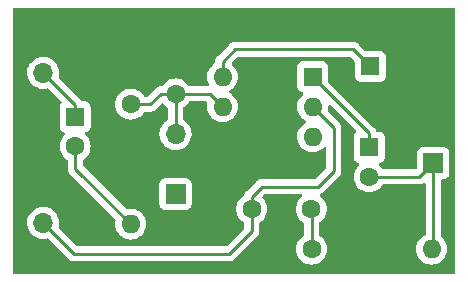
<source format=gbr>
%TF.GenerationSoftware,KiCad,Pcbnew,6.0.11-3.fc37*%
%TF.CreationDate,2023-05-27T21:17:40+01:00*%
%TF.ProjectId,tda2822 board,74646132-3832-4322-9062-6f6172642e6b,rev?*%
%TF.SameCoordinates,Original*%
%TF.FileFunction,Copper,L1,Top*%
%TF.FilePolarity,Positive*%
%FSLAX46Y46*%
G04 Gerber Fmt 4.6, Leading zero omitted, Abs format (unit mm)*
G04 Created by KiCad (PCBNEW 6.0.11-3.fc37) date 2023-05-27 21:17:40*
%MOMM*%
%LPD*%
G01*
G04 APERTURE LIST*
%TA.AperFunction,ComponentPad*%
%ADD10C,1.600000*%
%TD*%
%TA.AperFunction,ComponentPad*%
%ADD11R,1.700000X1.700000*%
%TD*%
%TA.AperFunction,ComponentPad*%
%ADD12O,1.700000X1.700000*%
%TD*%
%TA.AperFunction,ComponentPad*%
%ADD13R,1.600000X1.600000*%
%TD*%
%TA.AperFunction,ComponentPad*%
%ADD14O,1.600000X1.600000*%
%TD*%
%TA.AperFunction,Conductor*%
%ADD15C,0.250000*%
%TD*%
G04 APERTURE END LIST*
D10*
%TO.P,C6,1*%
%TO.N,GND*%
X183200000Y-96200000D03*
%TO.P,C6,2*%
%TO.N,Net-(C6-Pad2)*%
X185700000Y-96200000D03*
%TD*%
D11*
%TO.P,J2,1,Pin_1*%
%TO.N,GND*%
X163000000Y-82140000D03*
D12*
%TO.P,J2,2,Pin_2*%
%TO.N,Net-(C2-Pad1)*%
X163000000Y-84680000D03*
%TD*%
D11*
%TO.P,RV1,1,1*%
%TO.N,unconnected-(RV1-Pad1)*%
X174200000Y-94925000D03*
D12*
%TO.P,RV1,2,2*%
%TO.N,GND*%
X174200000Y-92385000D03*
%TO.P,RV1,3,3*%
%TO.N,Net-(C3-Pad2)*%
X174200000Y-89845000D03*
%TD*%
D11*
%TO.P,J1,1,Pin_1*%
%TO.N,GND*%
X163000000Y-94840000D03*
D12*
%TO.P,J1,2,Pin_2*%
%TO.N,+5V*%
X163000000Y-97380000D03*
%TD*%
D11*
%TO.P,J3,1,Pin_1*%
%TO.N,Net-(C5-Pad2)*%
X196020000Y-92305000D03*
D12*
%TO.P,J3,2,Pin_2*%
%TO.N,GND*%
X196020000Y-89765000D03*
%TD*%
D10*
%TO.P,C3,1*%
%TO.N,GND*%
X174200000Y-83950000D03*
%TO.P,C3,2*%
%TO.N,Net-(C3-Pad2)*%
X174200000Y-86450000D03*
%TD*%
D13*
%TO.P,C4,1*%
%TO.N,Net-(C4-Pad1)*%
X190689776Y-84139776D03*
D10*
%TO.P,C4,2*%
%TO.N,GND*%
X190689776Y-86639776D03*
%TD*%
%TO.P,R1,1*%
%TO.N,Net-(C3-Pad2)*%
X170400000Y-87320000D03*
D14*
%TO.P,R1,2*%
%TO.N,Net-(C2-Pad2)*%
X170400000Y-97480000D03*
%TD*%
D13*
%TO.P,C5,1*%
%TO.N,Net-(C5-Pad1)*%
X190600000Y-90974435D03*
D10*
%TO.P,C5,2*%
%TO.N,Net-(C5-Pad2)*%
X190600000Y-93474435D03*
%TD*%
%TO.P,R2,1*%
%TO.N,Net-(C6-Pad2)*%
X185720000Y-99600000D03*
D14*
%TO.P,R2,2*%
%TO.N,Net-(C5-Pad2)*%
X195880000Y-99600000D03*
%TD*%
D13*
%TO.P,C2,1*%
%TO.N,Net-(C2-Pad1)*%
X165700000Y-88400000D03*
D10*
%TO.P,C2,2*%
%TO.N,Net-(C2-Pad2)*%
X165700000Y-90900000D03*
%TD*%
D13*
%TO.P,U1,1*%
%TO.N,Net-(C5-Pad1)*%
X185800000Y-85000000D03*
D14*
%TO.P,U1,2,V+*%
%TO.N,+5V*%
X185800000Y-87540000D03*
%TO.P,U1,3*%
%TO.N,unconnected-(U1-Pad3)*%
X185800000Y-90080000D03*
%TO.P,U1,4,V-*%
%TO.N,GND*%
X185800000Y-92620000D03*
%TO.P,U1,5,-*%
X178180000Y-92620000D03*
%TO.P,U1,6,+*%
X178180000Y-90080000D03*
%TO.P,U1,7,+*%
%TO.N,Net-(C3-Pad2)*%
X178180000Y-87540000D03*
%TO.P,U1,8,-*%
%TO.N,Net-(C4-Pad1)*%
X178180000Y-85000000D03*
%TD*%
D10*
%TO.P,C7,1*%
%TO.N,+5V*%
X180650000Y-96200000D03*
%TO.P,C7,2*%
%TO.N,GND*%
X178150000Y-96200000D03*
%TD*%
D15*
%TO.N,Net-(C2-Pad2)*%
X165700000Y-90900000D02*
X165700000Y-92780000D01*
X165700000Y-92780000D02*
X170400000Y-97480000D01*
%TO.N,Net-(C2-Pad1)*%
X165700000Y-88400000D02*
X165700000Y-87380000D01*
X165700000Y-87380000D02*
X163000000Y-84680000D01*
%TO.N,Net-(C4-Pad1)*%
X190689776Y-84139776D02*
X189250000Y-82700000D01*
X189250000Y-82700000D02*
X179200000Y-82700000D01*
X179200000Y-82700000D02*
X178180000Y-83720000D01*
X178180000Y-83720000D02*
X178180000Y-85000000D01*
%TO.N,+5V*%
X163000000Y-97380000D02*
X165620000Y-100000000D01*
X165620000Y-100000000D02*
X178750000Y-100000000D01*
X178750000Y-100000000D02*
X180650000Y-98100000D01*
X180650000Y-98100000D02*
X180650000Y-96200000D01*
X185800000Y-87540000D02*
X187600000Y-89340000D01*
X187600000Y-89340000D02*
X187600000Y-93000000D01*
X187600000Y-93000000D02*
X186300000Y-94300000D01*
X186300000Y-94300000D02*
X181500000Y-94300000D01*
X181500000Y-94300000D02*
X180650000Y-95150000D01*
X180650000Y-95150000D02*
X180650000Y-96200000D01*
%TO.N,Net-(C3-Pad2)*%
X174200000Y-86450000D02*
X177090000Y-86450000D01*
X177090000Y-86450000D02*
X178180000Y-87540000D01*
%TO.N,Net-(C5-Pad1)*%
X190600000Y-90974435D02*
X190600000Y-89800000D01*
X190600000Y-89800000D02*
X185800000Y-85000000D01*
%TO.N,Net-(C3-Pad2)*%
X172080000Y-87320000D02*
X172950000Y-86450000D01*
X172950000Y-86450000D02*
X174200000Y-86450000D01*
X174200000Y-89845000D02*
X174200000Y-86450000D01*
X170400000Y-87320000D02*
X172080000Y-87320000D01*
%TO.N,Net-(C5-Pad2)*%
X196020000Y-92305000D02*
X196020000Y-99460000D01*
X190600000Y-93474435D02*
X194850565Y-93474435D01*
X196020000Y-99460000D02*
X195880000Y-99600000D01*
X194850565Y-93474435D02*
X196020000Y-92305000D01*
%TO.N,Net-(C6-Pad2)*%
X185720000Y-99600000D02*
X185720000Y-96220000D01*
X185720000Y-96220000D02*
X185700000Y-96200000D01*
%TD*%
%TA.AperFunction,Conductor*%
%TO.N,GND*%
G36*
X197833621Y-79228502D02*
G01*
X197880114Y-79282158D01*
X197891500Y-79334500D01*
X197891500Y-101565500D01*
X197871498Y-101633621D01*
X197817842Y-101680114D01*
X197765500Y-101691500D01*
X160534500Y-101691500D01*
X160466379Y-101671498D01*
X160419886Y-101617842D01*
X160408500Y-101565500D01*
X160408500Y-97346695D01*
X161637251Y-97346695D01*
X161637548Y-97351848D01*
X161637548Y-97351851D01*
X161643011Y-97446590D01*
X161650110Y-97569715D01*
X161651247Y-97574761D01*
X161651248Y-97574767D01*
X161671119Y-97662939D01*
X161699222Y-97787639D01*
X161783266Y-97994616D01*
X161785965Y-97999020D01*
X161892029Y-98172101D01*
X161899987Y-98185088D01*
X162046250Y-98353938D01*
X162218126Y-98496632D01*
X162411000Y-98609338D01*
X162619692Y-98689030D01*
X162624760Y-98690061D01*
X162624763Y-98690062D01*
X162732012Y-98711882D01*
X162838597Y-98733567D01*
X162843772Y-98733757D01*
X162843774Y-98733757D01*
X163056673Y-98741564D01*
X163056677Y-98741564D01*
X163061837Y-98741753D01*
X163066957Y-98741097D01*
X163066959Y-98741097D01*
X163278288Y-98714025D01*
X163278289Y-98714025D01*
X163283416Y-98713368D01*
X163288367Y-98711883D01*
X163288370Y-98711882D01*
X163329829Y-98699444D01*
X163400825Y-98699028D01*
X163455131Y-98731035D01*
X165116343Y-100392247D01*
X165123887Y-100400537D01*
X165128000Y-100407018D01*
X165133777Y-100412443D01*
X165177667Y-100453658D01*
X165180509Y-100456413D01*
X165200231Y-100476135D01*
X165203355Y-100478558D01*
X165203359Y-100478562D01*
X165203424Y-100478612D01*
X165212445Y-100486317D01*
X165244679Y-100516586D01*
X165251627Y-100520405D01*
X165251629Y-100520407D01*
X165262432Y-100526346D01*
X165278959Y-100537202D01*
X165288698Y-100544757D01*
X165288700Y-100544758D01*
X165294960Y-100549614D01*
X165335540Y-100567174D01*
X165346188Y-100572391D01*
X165370976Y-100586018D01*
X165384940Y-100593695D01*
X165392616Y-100595666D01*
X165392619Y-100595667D01*
X165404562Y-100598733D01*
X165423267Y-100605137D01*
X165441855Y-100613181D01*
X165449678Y-100614420D01*
X165449688Y-100614423D01*
X165485524Y-100620099D01*
X165497144Y-100622505D01*
X165528959Y-100630673D01*
X165539970Y-100633500D01*
X165560224Y-100633500D01*
X165579934Y-100635051D01*
X165599943Y-100638220D01*
X165607835Y-100637474D01*
X165626580Y-100635702D01*
X165643962Y-100634059D01*
X165655819Y-100633500D01*
X178671233Y-100633500D01*
X178682416Y-100634027D01*
X178689909Y-100635702D01*
X178697835Y-100635453D01*
X178697836Y-100635453D01*
X178757986Y-100633562D01*
X178761945Y-100633500D01*
X178789856Y-100633500D01*
X178793791Y-100633003D01*
X178793856Y-100632995D01*
X178805693Y-100632062D01*
X178837951Y-100631048D01*
X178841970Y-100630922D01*
X178849889Y-100630673D01*
X178869343Y-100625021D01*
X178888700Y-100621013D01*
X178900930Y-100619468D01*
X178900931Y-100619468D01*
X178908797Y-100618474D01*
X178916168Y-100615555D01*
X178916170Y-100615555D01*
X178949912Y-100602196D01*
X178961142Y-100598351D01*
X178995983Y-100588229D01*
X178995984Y-100588229D01*
X179003593Y-100586018D01*
X179010412Y-100581985D01*
X179010417Y-100581983D01*
X179021028Y-100575707D01*
X179038776Y-100567012D01*
X179057617Y-100559552D01*
X179093387Y-100533564D01*
X179103307Y-100527048D01*
X179134535Y-100508580D01*
X179134538Y-100508578D01*
X179141362Y-100504542D01*
X179155683Y-100490221D01*
X179170717Y-100477380D01*
X179172431Y-100476135D01*
X179187107Y-100465472D01*
X179215298Y-100431395D01*
X179223288Y-100422616D01*
X181042253Y-98603652D01*
X181050539Y-98596112D01*
X181057018Y-98592000D01*
X181103644Y-98542348D01*
X181106398Y-98539507D01*
X181126135Y-98519770D01*
X181128615Y-98516573D01*
X181136320Y-98507551D01*
X181161159Y-98481100D01*
X181166586Y-98475321D01*
X181170405Y-98468375D01*
X181170407Y-98468372D01*
X181176348Y-98457566D01*
X181187199Y-98441047D01*
X181194758Y-98431301D01*
X181199614Y-98425041D01*
X181202759Y-98417772D01*
X181202762Y-98417768D01*
X181217174Y-98384463D01*
X181222391Y-98373813D01*
X181243695Y-98335060D01*
X181248733Y-98315437D01*
X181255137Y-98296734D01*
X181260033Y-98285420D01*
X181260033Y-98285419D01*
X181263181Y-98278145D01*
X181264420Y-98270322D01*
X181264423Y-98270312D01*
X181270099Y-98234476D01*
X181272505Y-98222856D01*
X181281528Y-98187711D01*
X181281528Y-98187710D01*
X181283500Y-98180030D01*
X181283500Y-98159776D01*
X181285051Y-98140065D01*
X181286980Y-98127886D01*
X181288220Y-98120057D01*
X181284059Y-98076038D01*
X181283500Y-98064181D01*
X181283500Y-97419394D01*
X181303502Y-97351273D01*
X181337229Y-97316181D01*
X181489789Y-97209357D01*
X181489792Y-97209355D01*
X181494300Y-97206198D01*
X181656198Y-97044300D01*
X181669170Y-97025775D01*
X181784366Y-96861257D01*
X181787523Y-96856749D01*
X181789846Y-96851767D01*
X181789849Y-96851762D01*
X181881961Y-96654225D01*
X181881961Y-96654224D01*
X181884284Y-96649243D01*
X181930250Y-96477699D01*
X181942119Y-96433402D01*
X181942119Y-96433400D01*
X181943543Y-96428087D01*
X181963498Y-96200000D01*
X181943543Y-95971913D01*
X181904588Y-95826531D01*
X181885707Y-95756067D01*
X181885706Y-95756065D01*
X181884284Y-95750757D01*
X181881961Y-95745775D01*
X181789849Y-95548238D01*
X181789846Y-95548233D01*
X181787523Y-95543251D01*
X181656198Y-95355700D01*
X181587296Y-95286798D01*
X181553270Y-95224486D01*
X181558335Y-95153671D01*
X181587296Y-95108608D01*
X181725499Y-94970405D01*
X181787811Y-94936379D01*
X181814594Y-94933500D01*
X184827829Y-94933500D01*
X184895950Y-94953502D01*
X184942443Y-95007158D01*
X184952547Y-95077432D01*
X184923053Y-95142012D01*
X184900099Y-95162713D01*
X184860216Y-95190639D01*
X184860210Y-95190644D01*
X184855700Y-95193802D01*
X184693802Y-95355700D01*
X184562477Y-95543251D01*
X184560154Y-95548233D01*
X184560151Y-95548238D01*
X184468039Y-95745775D01*
X184465716Y-95750757D01*
X184464294Y-95756065D01*
X184464293Y-95756067D01*
X184445412Y-95826531D01*
X184406457Y-95971913D01*
X184386502Y-96200000D01*
X184406457Y-96428087D01*
X184407881Y-96433400D01*
X184407881Y-96433402D01*
X184419751Y-96477699D01*
X184465716Y-96649243D01*
X184468039Y-96654224D01*
X184468039Y-96654225D01*
X184560151Y-96851762D01*
X184560154Y-96851767D01*
X184562477Y-96856749D01*
X184565634Y-96861257D01*
X184680831Y-97025775D01*
X184693802Y-97044300D01*
X184855700Y-97206198D01*
X184860208Y-97209355D01*
X184860211Y-97209357D01*
X185032771Y-97330185D01*
X185077099Y-97385642D01*
X185086500Y-97433398D01*
X185086500Y-98380606D01*
X185066498Y-98448727D01*
X185032771Y-98483819D01*
X184880211Y-98590643D01*
X184880208Y-98590645D01*
X184875700Y-98593802D01*
X184713802Y-98755700D01*
X184710645Y-98760208D01*
X184710643Y-98760211D01*
X184687671Y-98793019D01*
X184582477Y-98943251D01*
X184580154Y-98948233D01*
X184580151Y-98948238D01*
X184488039Y-99145775D01*
X184485716Y-99150757D01*
X184426457Y-99371913D01*
X184406502Y-99600000D01*
X184426457Y-99828087D01*
X184485716Y-100049243D01*
X184488039Y-100054224D01*
X184488039Y-100054225D01*
X184580151Y-100251762D01*
X184580154Y-100251767D01*
X184582477Y-100256749D01*
X184585634Y-100261257D01*
X184704766Y-100431395D01*
X184713802Y-100444300D01*
X184875700Y-100606198D01*
X184880208Y-100609355D01*
X184880211Y-100609357D01*
X184921432Y-100638220D01*
X185063251Y-100737523D01*
X185068233Y-100739846D01*
X185068238Y-100739849D01*
X185265775Y-100831961D01*
X185270757Y-100834284D01*
X185276065Y-100835706D01*
X185276067Y-100835707D01*
X185486598Y-100892119D01*
X185486600Y-100892119D01*
X185491913Y-100893543D01*
X185720000Y-100913498D01*
X185948087Y-100893543D01*
X185953400Y-100892119D01*
X185953402Y-100892119D01*
X186163933Y-100835707D01*
X186163935Y-100835706D01*
X186169243Y-100834284D01*
X186174225Y-100831961D01*
X186371762Y-100739849D01*
X186371767Y-100739846D01*
X186376749Y-100737523D01*
X186518568Y-100638220D01*
X186559789Y-100609357D01*
X186559792Y-100609355D01*
X186564300Y-100606198D01*
X186726198Y-100444300D01*
X186735235Y-100431395D01*
X186854366Y-100261257D01*
X186857523Y-100256749D01*
X186859846Y-100251767D01*
X186859849Y-100251762D01*
X186951961Y-100054225D01*
X186951961Y-100054224D01*
X186954284Y-100049243D01*
X187013543Y-99828087D01*
X187033498Y-99600000D01*
X187013543Y-99371913D01*
X186954284Y-99150757D01*
X186951961Y-99145775D01*
X186859849Y-98948238D01*
X186859846Y-98948233D01*
X186857523Y-98943251D01*
X186752329Y-98793019D01*
X186729357Y-98760211D01*
X186729355Y-98760208D01*
X186726198Y-98755700D01*
X186564300Y-98593802D01*
X186559792Y-98590645D01*
X186559789Y-98590643D01*
X186407229Y-98483819D01*
X186362901Y-98428362D01*
X186353500Y-98380606D01*
X186353500Y-97405389D01*
X186373502Y-97337268D01*
X186407228Y-97302177D01*
X186486613Y-97246591D01*
X186539789Y-97209357D01*
X186539792Y-97209355D01*
X186544300Y-97206198D01*
X186706198Y-97044300D01*
X186719170Y-97025775D01*
X186834366Y-96861257D01*
X186837523Y-96856749D01*
X186839846Y-96851767D01*
X186839849Y-96851762D01*
X186931961Y-96654225D01*
X186931961Y-96654224D01*
X186934284Y-96649243D01*
X186980250Y-96477699D01*
X186992119Y-96433402D01*
X186992119Y-96433400D01*
X186993543Y-96428087D01*
X187013498Y-96200000D01*
X186993543Y-95971913D01*
X186954588Y-95826531D01*
X186935707Y-95756067D01*
X186935706Y-95756065D01*
X186934284Y-95750757D01*
X186931961Y-95745775D01*
X186839849Y-95548238D01*
X186839846Y-95548233D01*
X186837523Y-95543251D01*
X186706198Y-95355700D01*
X186544300Y-95193802D01*
X186539792Y-95190645D01*
X186539789Y-95190643D01*
X186453923Y-95130519D01*
X186409595Y-95075062D01*
X186402286Y-95004442D01*
X186434317Y-94941082D01*
X186479813Y-94910153D01*
X186499914Y-94902195D01*
X186511142Y-94898351D01*
X186545983Y-94888229D01*
X186545984Y-94888229D01*
X186553593Y-94886018D01*
X186560412Y-94881985D01*
X186560417Y-94881983D01*
X186571028Y-94875707D01*
X186588776Y-94867012D01*
X186607617Y-94859552D01*
X186643387Y-94833564D01*
X186653307Y-94827048D01*
X186684535Y-94808580D01*
X186684538Y-94808578D01*
X186691362Y-94804542D01*
X186705683Y-94790221D01*
X186720717Y-94777380D01*
X186737107Y-94765472D01*
X186765298Y-94731395D01*
X186773288Y-94722616D01*
X187992247Y-93503657D01*
X188000537Y-93496113D01*
X188007018Y-93492000D01*
X188023513Y-93474435D01*
X188053658Y-93442333D01*
X188056413Y-93439491D01*
X188076135Y-93419769D01*
X188078612Y-93416576D01*
X188086317Y-93407555D01*
X188111159Y-93381100D01*
X188116586Y-93375321D01*
X188120407Y-93368371D01*
X188126346Y-93357568D01*
X188137202Y-93341041D01*
X188144757Y-93331302D01*
X188144758Y-93331300D01*
X188149614Y-93325040D01*
X188167174Y-93284460D01*
X188172391Y-93273812D01*
X188189875Y-93242009D01*
X188189876Y-93242007D01*
X188193695Y-93235060D01*
X188198733Y-93215437D01*
X188205137Y-93196734D01*
X188210033Y-93185420D01*
X188210033Y-93185419D01*
X188213181Y-93178145D01*
X188214420Y-93170322D01*
X188214423Y-93170312D01*
X188220099Y-93134476D01*
X188222505Y-93122856D01*
X188231528Y-93087711D01*
X188231528Y-93087710D01*
X188233500Y-93080030D01*
X188233500Y-93059776D01*
X188235051Y-93040065D01*
X188236980Y-93027886D01*
X188238220Y-93020057D01*
X188234059Y-92976038D01*
X188233500Y-92964181D01*
X188233500Y-89418763D01*
X188234027Y-89407579D01*
X188235701Y-89400091D01*
X188233562Y-89332032D01*
X188233500Y-89328075D01*
X188233500Y-89300144D01*
X188232994Y-89296138D01*
X188232061Y-89284292D01*
X188230922Y-89248037D01*
X188230673Y-89240110D01*
X188225022Y-89220658D01*
X188221014Y-89201306D01*
X188219468Y-89189068D01*
X188219467Y-89189066D01*
X188218474Y-89181203D01*
X188202194Y-89140086D01*
X188198359Y-89128885D01*
X188186018Y-89086406D01*
X188181985Y-89079587D01*
X188181983Y-89079582D01*
X188175707Y-89068971D01*
X188167010Y-89051221D01*
X188159552Y-89032383D01*
X188133571Y-88996623D01*
X188127053Y-88986701D01*
X188108578Y-88955460D01*
X188108574Y-88955455D01*
X188104542Y-88948637D01*
X188090218Y-88934313D01*
X188077376Y-88919278D01*
X188065472Y-88902893D01*
X188031406Y-88874711D01*
X188022627Y-88866722D01*
X187109152Y-87953247D01*
X187075126Y-87890935D01*
X187076540Y-87831541D01*
X187093543Y-87768087D01*
X187113498Y-87540000D01*
X187113019Y-87534525D01*
X187113019Y-87534514D01*
X187111974Y-87522570D01*
X187125962Y-87452965D01*
X187175361Y-87401973D01*
X187244487Y-87385782D01*
X187311393Y-87409534D01*
X187326588Y-87422492D01*
X188446396Y-88542301D01*
X189493185Y-89589090D01*
X189527211Y-89651402D01*
X189522146Y-89722218D01*
X189479656Y-89779010D01*
X189436739Y-89811174D01*
X189349385Y-89927730D01*
X189298255Y-90064119D01*
X189291500Y-90126301D01*
X189291500Y-91822569D01*
X189298255Y-91884751D01*
X189349385Y-92021140D01*
X189436739Y-92137696D01*
X189553295Y-92225050D01*
X189561703Y-92228202D01*
X189689684Y-92276180D01*
X189688954Y-92278126D01*
X189741205Y-92307980D01*
X189774021Y-92370938D01*
X189767591Y-92441642D01*
X189739502Y-92484435D01*
X189593802Y-92630135D01*
X189590645Y-92634643D01*
X189590643Y-92634646D01*
X189537839Y-92710058D01*
X189462477Y-92817686D01*
X189460154Y-92822668D01*
X189460151Y-92822673D01*
X189368110Y-93020057D01*
X189365716Y-93025192D01*
X189364294Y-93030500D01*
X189364293Y-93030502D01*
X189307881Y-93241033D01*
X189306457Y-93246348D01*
X189286502Y-93474435D01*
X189306457Y-93702522D01*
X189307881Y-93707835D01*
X189307881Y-93707837D01*
X189359710Y-93901262D01*
X189365716Y-93923678D01*
X189368039Y-93928659D01*
X189368039Y-93928660D01*
X189460151Y-94126197D01*
X189460154Y-94126202D01*
X189462477Y-94131184D01*
X189593802Y-94318735D01*
X189755700Y-94480633D01*
X189760208Y-94483790D01*
X189760211Y-94483792D01*
X189838389Y-94538533D01*
X189943251Y-94611958D01*
X189948233Y-94614281D01*
X189948238Y-94614284D01*
X190145775Y-94706396D01*
X190150757Y-94708719D01*
X190156065Y-94710141D01*
X190156067Y-94710142D01*
X190366598Y-94766554D01*
X190366600Y-94766554D01*
X190371913Y-94767978D01*
X190600000Y-94787933D01*
X190828087Y-94767978D01*
X190833400Y-94766554D01*
X190833402Y-94766554D01*
X191043933Y-94710142D01*
X191043935Y-94710141D01*
X191049243Y-94708719D01*
X191054225Y-94706396D01*
X191251762Y-94614284D01*
X191251767Y-94614281D01*
X191256749Y-94611958D01*
X191361611Y-94538533D01*
X191439789Y-94483792D01*
X191439792Y-94483790D01*
X191444300Y-94480633D01*
X191606198Y-94318735D01*
X191716181Y-94161664D01*
X191771638Y-94117336D01*
X191819394Y-94107935D01*
X194771798Y-94107935D01*
X194782981Y-94108462D01*
X194790474Y-94110137D01*
X194798400Y-94109888D01*
X194798401Y-94109888D01*
X194858551Y-94107997D01*
X194862510Y-94107935D01*
X194890421Y-94107935D01*
X194894356Y-94107438D01*
X194894421Y-94107430D01*
X194906258Y-94106497D01*
X194938516Y-94105483D01*
X194942535Y-94105357D01*
X194950454Y-94105108D01*
X194969908Y-94099456D01*
X194989265Y-94095448D01*
X195001495Y-94093903D01*
X195001496Y-94093903D01*
X195009362Y-94092909D01*
X195016733Y-94089990D01*
X195016735Y-94089990D01*
X195050477Y-94076631D01*
X195061707Y-94072786D01*
X195096548Y-94062664D01*
X195096549Y-94062664D01*
X195104158Y-94060453D01*
X195110977Y-94056420D01*
X195110982Y-94056418D01*
X195121593Y-94050142D01*
X195139341Y-94041447D01*
X195158182Y-94033987D01*
X195164600Y-94029324D01*
X195164604Y-94029322D01*
X195186441Y-94013457D01*
X195253309Y-93989599D01*
X195322460Y-94005681D01*
X195371939Y-94056596D01*
X195386500Y-94115394D01*
X195386500Y-98306082D01*
X195366498Y-98374203D01*
X195313751Y-98420276D01*
X195223251Y-98462477D01*
X195145983Y-98516581D01*
X195040211Y-98590643D01*
X195040208Y-98590645D01*
X195035700Y-98593802D01*
X194873802Y-98755700D01*
X194870645Y-98760208D01*
X194870643Y-98760211D01*
X194847671Y-98793019D01*
X194742477Y-98943251D01*
X194740154Y-98948233D01*
X194740151Y-98948238D01*
X194648039Y-99145775D01*
X194645716Y-99150757D01*
X194586457Y-99371913D01*
X194566502Y-99600000D01*
X194586457Y-99828087D01*
X194645716Y-100049243D01*
X194648039Y-100054224D01*
X194648039Y-100054225D01*
X194740151Y-100251762D01*
X194740154Y-100251767D01*
X194742477Y-100256749D01*
X194745634Y-100261257D01*
X194864766Y-100431395D01*
X194873802Y-100444300D01*
X195035700Y-100606198D01*
X195040208Y-100609355D01*
X195040211Y-100609357D01*
X195081432Y-100638220D01*
X195223251Y-100737523D01*
X195228233Y-100739846D01*
X195228238Y-100739849D01*
X195425775Y-100831961D01*
X195430757Y-100834284D01*
X195436065Y-100835706D01*
X195436067Y-100835707D01*
X195646598Y-100892119D01*
X195646600Y-100892119D01*
X195651913Y-100893543D01*
X195880000Y-100913498D01*
X196108087Y-100893543D01*
X196113400Y-100892119D01*
X196113402Y-100892119D01*
X196323933Y-100835707D01*
X196323935Y-100835706D01*
X196329243Y-100834284D01*
X196334225Y-100831961D01*
X196531762Y-100739849D01*
X196531767Y-100739846D01*
X196536749Y-100737523D01*
X196678568Y-100638220D01*
X196719789Y-100609357D01*
X196719792Y-100609355D01*
X196724300Y-100606198D01*
X196886198Y-100444300D01*
X196895235Y-100431395D01*
X197014366Y-100261257D01*
X197017523Y-100256749D01*
X197019846Y-100251767D01*
X197019849Y-100251762D01*
X197111961Y-100054225D01*
X197111961Y-100054224D01*
X197114284Y-100049243D01*
X197173543Y-99828087D01*
X197193498Y-99600000D01*
X197173543Y-99371913D01*
X197114284Y-99150757D01*
X197111961Y-99145775D01*
X197019849Y-98948238D01*
X197019846Y-98948233D01*
X197017523Y-98943251D01*
X196912329Y-98793019D01*
X196889357Y-98760211D01*
X196889355Y-98760208D01*
X196886198Y-98755700D01*
X196724300Y-98593802D01*
X196707229Y-98581849D01*
X196662901Y-98526393D01*
X196653500Y-98478636D01*
X196653500Y-93789500D01*
X196673502Y-93721379D01*
X196727158Y-93674886D01*
X196779500Y-93663500D01*
X196918134Y-93663500D01*
X196980316Y-93656745D01*
X197116705Y-93605615D01*
X197233261Y-93518261D01*
X197320615Y-93401705D01*
X197371745Y-93265316D01*
X197378500Y-93203134D01*
X197378500Y-91406866D01*
X197371745Y-91344684D01*
X197320615Y-91208295D01*
X197233261Y-91091739D01*
X197116705Y-91004385D01*
X196980316Y-90953255D01*
X196918134Y-90946500D01*
X195121866Y-90946500D01*
X195059684Y-90953255D01*
X194923295Y-91004385D01*
X194806739Y-91091739D01*
X194719385Y-91208295D01*
X194668255Y-91344684D01*
X194661500Y-91406866D01*
X194661500Y-92714935D01*
X194641498Y-92783056D01*
X194587842Y-92829549D01*
X194535500Y-92840935D01*
X191819394Y-92840935D01*
X191751273Y-92820933D01*
X191716181Y-92787206D01*
X191609357Y-92634646D01*
X191609355Y-92634643D01*
X191606198Y-92630135D01*
X191460498Y-92484435D01*
X191426472Y-92422123D01*
X191431537Y-92351308D01*
X191474084Y-92294472D01*
X191510737Y-92277303D01*
X191510316Y-92276180D01*
X191638297Y-92228202D01*
X191646705Y-92225050D01*
X191763261Y-92137696D01*
X191850615Y-92021140D01*
X191901745Y-91884751D01*
X191908500Y-91822569D01*
X191908500Y-90126301D01*
X191901745Y-90064119D01*
X191850615Y-89927730D01*
X191763261Y-89811174D01*
X191646705Y-89723820D01*
X191510316Y-89672690D01*
X191448134Y-89665935D01*
X191315348Y-89665935D01*
X191247227Y-89645933D01*
X191200734Y-89592277D01*
X191194351Y-89575088D01*
X191188230Y-89554019D01*
X191188229Y-89554016D01*
X191186018Y-89546407D01*
X191175707Y-89528972D01*
X191167012Y-89511224D01*
X191159552Y-89492383D01*
X191133564Y-89456613D01*
X191127048Y-89446693D01*
X191108580Y-89415465D01*
X191108578Y-89415462D01*
X191104542Y-89408638D01*
X191090221Y-89394317D01*
X191077380Y-89379283D01*
X191070131Y-89369306D01*
X191065472Y-89362893D01*
X191031395Y-89334702D01*
X191022616Y-89326712D01*
X187145405Y-85449500D01*
X187111379Y-85387188D01*
X187108500Y-85360405D01*
X187108500Y-84151866D01*
X187101745Y-84089684D01*
X187050615Y-83953295D01*
X186963261Y-83836739D01*
X186846705Y-83749385D01*
X186710316Y-83698255D01*
X186648134Y-83691500D01*
X184951866Y-83691500D01*
X184889684Y-83698255D01*
X184753295Y-83749385D01*
X184636739Y-83836739D01*
X184549385Y-83953295D01*
X184498255Y-84089684D01*
X184491500Y-84151866D01*
X184491500Y-85848134D01*
X184491869Y-85851531D01*
X184492185Y-85854440D01*
X184498255Y-85910316D01*
X184549385Y-86046705D01*
X184636739Y-86163261D01*
X184753295Y-86250615D01*
X184889684Y-86301745D01*
X184900474Y-86302917D01*
X184902606Y-86303803D01*
X184905222Y-86304425D01*
X184905121Y-86304848D01*
X184966035Y-86330155D01*
X185006463Y-86388517D01*
X185008922Y-86459471D01*
X184972629Y-86520490D01*
X184963969Y-86527489D01*
X184960207Y-86530646D01*
X184955700Y-86533802D01*
X184793802Y-86695700D01*
X184662477Y-86883251D01*
X184660154Y-86888233D01*
X184660151Y-86888238D01*
X184574284Y-87072383D01*
X184565716Y-87090757D01*
X184564294Y-87096065D01*
X184564293Y-87096067D01*
X184510132Y-87298197D01*
X184506457Y-87311913D01*
X184486502Y-87540000D01*
X184506457Y-87768087D01*
X184507880Y-87773398D01*
X184507881Y-87773402D01*
X184558658Y-87962901D01*
X184565716Y-87989243D01*
X184568039Y-87994224D01*
X184568039Y-87994225D01*
X184660151Y-88191762D01*
X184660154Y-88191767D01*
X184662477Y-88196749D01*
X184793802Y-88384300D01*
X184955700Y-88546198D01*
X184960208Y-88549355D01*
X184960211Y-88549357D01*
X184963930Y-88551961D01*
X185143251Y-88677523D01*
X185148233Y-88679846D01*
X185148238Y-88679849D01*
X185182457Y-88695805D01*
X185235742Y-88742722D01*
X185255203Y-88810999D01*
X185234661Y-88878959D01*
X185182457Y-88924195D01*
X185148238Y-88940151D01*
X185148233Y-88940154D01*
X185143251Y-88942477D01*
X185084806Y-88983401D01*
X184960211Y-89070643D01*
X184960208Y-89070645D01*
X184955700Y-89073802D01*
X184793802Y-89235700D01*
X184790645Y-89240208D01*
X184790643Y-89240211D01*
X184782717Y-89251531D01*
X184662477Y-89423251D01*
X184660154Y-89428233D01*
X184660151Y-89428238D01*
X184583659Y-89592277D01*
X184565716Y-89630757D01*
X184564294Y-89636065D01*
X184564293Y-89636067D01*
X184518609Y-89806562D01*
X184506457Y-89851913D01*
X184486502Y-90080000D01*
X184506457Y-90308087D01*
X184507881Y-90313400D01*
X184507881Y-90313402D01*
X184544686Y-90450757D01*
X184565716Y-90529243D01*
X184568039Y-90534224D01*
X184568039Y-90534225D01*
X184660151Y-90731762D01*
X184660154Y-90731767D01*
X184662477Y-90736749D01*
X184665634Y-90741257D01*
X184780621Y-90905475D01*
X184793802Y-90924300D01*
X184955700Y-91086198D01*
X184960208Y-91089355D01*
X184960211Y-91089357D01*
X185023114Y-91133402D01*
X185143251Y-91217523D01*
X185148233Y-91219846D01*
X185148238Y-91219849D01*
X185345775Y-91311961D01*
X185350757Y-91314284D01*
X185356065Y-91315706D01*
X185356067Y-91315707D01*
X185566598Y-91372119D01*
X185566600Y-91372119D01*
X185571913Y-91373543D01*
X185800000Y-91393498D01*
X186028087Y-91373543D01*
X186033400Y-91372119D01*
X186033402Y-91372119D01*
X186243933Y-91315707D01*
X186243935Y-91315706D01*
X186249243Y-91314284D01*
X186254225Y-91311961D01*
X186451762Y-91219849D01*
X186451767Y-91219846D01*
X186456749Y-91217523D01*
X186576886Y-91133402D01*
X186639789Y-91089357D01*
X186639792Y-91089355D01*
X186644300Y-91086198D01*
X186751405Y-90979093D01*
X186813717Y-90945067D01*
X186884532Y-90950132D01*
X186941368Y-90992679D01*
X186966179Y-91059199D01*
X186966500Y-91068188D01*
X186966500Y-92685405D01*
X186946498Y-92753526D01*
X186929595Y-92774501D01*
X186074499Y-93629596D01*
X186012187Y-93663621D01*
X185985404Y-93666500D01*
X181578768Y-93666500D01*
X181567585Y-93665973D01*
X181560092Y-93664298D01*
X181552166Y-93664547D01*
X181552165Y-93664547D01*
X181492002Y-93666438D01*
X181488044Y-93666500D01*
X181460144Y-93666500D01*
X181456154Y-93667004D01*
X181444320Y-93667936D01*
X181400111Y-93669326D01*
X181392495Y-93671539D01*
X181392493Y-93671539D01*
X181380652Y-93674979D01*
X181361293Y-93678988D01*
X181359983Y-93679154D01*
X181341203Y-93681526D01*
X181333837Y-93684442D01*
X181333831Y-93684444D01*
X181300098Y-93697800D01*
X181288868Y-93701645D01*
X181272646Y-93706358D01*
X181246407Y-93713981D01*
X181239584Y-93718016D01*
X181228966Y-93724295D01*
X181211213Y-93732992D01*
X181203568Y-93736019D01*
X181192383Y-93740448D01*
X181185968Y-93745109D01*
X181156612Y-93766437D01*
X181146695Y-93772951D01*
X181108638Y-93795458D01*
X181094317Y-93809779D01*
X181079284Y-93822619D01*
X181062893Y-93834528D01*
X181057842Y-93840633D01*
X181057837Y-93840638D01*
X181034701Y-93868604D01*
X181026713Y-93877382D01*
X180257747Y-94646348D01*
X180249461Y-94653888D01*
X180242982Y-94658000D01*
X180197536Y-94706396D01*
X180196357Y-94707651D01*
X180193602Y-94710493D01*
X180173865Y-94730230D01*
X180171385Y-94733427D01*
X180163682Y-94742447D01*
X180133414Y-94774679D01*
X180129595Y-94781625D01*
X180129593Y-94781628D01*
X180123652Y-94792434D01*
X180112801Y-94808953D01*
X180100386Y-94824959D01*
X180097241Y-94832228D01*
X180097238Y-94832232D01*
X180082826Y-94865537D01*
X180077609Y-94876187D01*
X180056305Y-94914940D01*
X180054334Y-94922615D01*
X180054334Y-94922616D01*
X180051267Y-94934562D01*
X180044863Y-94953266D01*
X180036819Y-94971855D01*
X180035579Y-94979684D01*
X180035578Y-94979687D01*
X180034475Y-94986648D01*
X180004061Y-95050800D01*
X179982298Y-95070146D01*
X179810211Y-95190643D01*
X179810208Y-95190645D01*
X179805700Y-95193802D01*
X179643802Y-95355700D01*
X179512477Y-95543251D01*
X179510154Y-95548233D01*
X179510151Y-95548238D01*
X179418039Y-95745775D01*
X179415716Y-95750757D01*
X179414294Y-95756065D01*
X179414293Y-95756067D01*
X179395412Y-95826531D01*
X179356457Y-95971913D01*
X179336502Y-96200000D01*
X179356457Y-96428087D01*
X179357881Y-96433400D01*
X179357881Y-96433402D01*
X179369751Y-96477699D01*
X179415716Y-96649243D01*
X179418039Y-96654224D01*
X179418039Y-96654225D01*
X179510151Y-96851762D01*
X179510154Y-96851767D01*
X179512477Y-96856749D01*
X179515634Y-96861257D01*
X179630831Y-97025775D01*
X179643802Y-97044300D01*
X179805700Y-97206198D01*
X179810208Y-97209355D01*
X179810211Y-97209357D01*
X179962771Y-97316181D01*
X180007099Y-97371638D01*
X180016500Y-97419394D01*
X180016500Y-97785406D01*
X179996498Y-97853527D01*
X179979595Y-97874501D01*
X178524500Y-99329595D01*
X178462188Y-99363621D01*
X178435405Y-99366500D01*
X165934594Y-99366500D01*
X165866473Y-99346498D01*
X165845499Y-99329595D01*
X164351218Y-97835313D01*
X164317192Y-97773001D01*
X164319755Y-97709589D01*
X164320212Y-97708087D01*
X164332370Y-97668069D01*
X164361529Y-97446590D01*
X164361851Y-97433398D01*
X164363074Y-97383365D01*
X164363074Y-97383361D01*
X164363156Y-97380000D01*
X164344852Y-97157361D01*
X164290431Y-96940702D01*
X164201354Y-96735840D01*
X164136571Y-96635700D01*
X164082822Y-96552617D01*
X164082820Y-96552614D01*
X164080014Y-96548277D01*
X163929670Y-96383051D01*
X163925619Y-96379852D01*
X163925615Y-96379848D01*
X163758414Y-96247800D01*
X163758410Y-96247798D01*
X163754359Y-96244598D01*
X163710215Y-96220229D01*
X163702136Y-96215769D01*
X163558789Y-96136638D01*
X163553920Y-96134914D01*
X163553916Y-96134912D01*
X163353087Y-96063795D01*
X163353083Y-96063794D01*
X163348212Y-96062069D01*
X163343119Y-96061162D01*
X163343116Y-96061161D01*
X163133373Y-96023800D01*
X163133367Y-96023799D01*
X163128284Y-96022894D01*
X163054452Y-96021992D01*
X162910081Y-96020228D01*
X162910079Y-96020228D01*
X162904911Y-96020165D01*
X162684091Y-96053955D01*
X162471756Y-96123357D01*
X162443126Y-96138261D01*
X162281712Y-96222288D01*
X162273607Y-96226507D01*
X162269474Y-96229610D01*
X162269471Y-96229612D01*
X162197699Y-96283500D01*
X162094965Y-96360635D01*
X161940629Y-96522138D01*
X161814743Y-96706680D01*
X161799003Y-96740590D01*
X161745084Y-96856749D01*
X161720688Y-96909305D01*
X161660989Y-97124570D01*
X161637251Y-97346695D01*
X160408500Y-97346695D01*
X160408500Y-84646695D01*
X161637251Y-84646695D01*
X161637548Y-84651848D01*
X161637548Y-84651851D01*
X161643011Y-84746590D01*
X161650110Y-84869715D01*
X161651247Y-84874761D01*
X161651248Y-84874767D01*
X161671119Y-84962939D01*
X161699222Y-85087639D01*
X161783266Y-85294616D01*
X161791724Y-85308418D01*
X161877429Y-85448276D01*
X161899987Y-85485088D01*
X162046250Y-85653938D01*
X162055066Y-85661257D01*
X162214054Y-85793251D01*
X162218126Y-85796632D01*
X162411000Y-85909338D01*
X162415825Y-85911180D01*
X162415826Y-85911181D01*
X162432937Y-85917715D01*
X162619692Y-85989030D01*
X162624760Y-85990061D01*
X162624763Y-85990062D01*
X162704075Y-86006198D01*
X162838597Y-86033567D01*
X162843772Y-86033757D01*
X162843774Y-86033757D01*
X163056673Y-86041564D01*
X163056677Y-86041564D01*
X163061837Y-86041753D01*
X163066957Y-86041097D01*
X163066959Y-86041097D01*
X163278288Y-86014025D01*
X163278289Y-86014025D01*
X163283416Y-86013368D01*
X163288367Y-86011883D01*
X163288370Y-86011882D01*
X163329829Y-85999444D01*
X163400825Y-85999028D01*
X163455131Y-86031035D01*
X164512656Y-87088560D01*
X164546682Y-87150872D01*
X164541617Y-87221687D01*
X164524387Y-87253220D01*
X164449385Y-87353295D01*
X164398255Y-87489684D01*
X164391500Y-87551866D01*
X164391500Y-89248134D01*
X164398255Y-89310316D01*
X164449385Y-89446705D01*
X164536739Y-89563261D01*
X164653295Y-89650615D01*
X164661703Y-89653767D01*
X164789684Y-89701745D01*
X164788954Y-89703691D01*
X164841205Y-89733545D01*
X164874021Y-89796503D01*
X164867591Y-89867207D01*
X164839502Y-89910000D01*
X164693802Y-90055700D01*
X164690645Y-90060208D01*
X164690643Y-90060211D01*
X164643220Y-90127939D01*
X164562477Y-90243251D01*
X164560154Y-90248233D01*
X164560151Y-90248238D01*
X164514186Y-90346811D01*
X164465716Y-90450757D01*
X164464294Y-90456065D01*
X164464293Y-90456067D01*
X164413484Y-90645689D01*
X164406457Y-90671913D01*
X164386502Y-90900000D01*
X164406457Y-91128087D01*
X164407881Y-91133400D01*
X164407881Y-91133402D01*
X164429576Y-91214366D01*
X164465716Y-91349243D01*
X164468039Y-91354224D01*
X164468039Y-91354225D01*
X164560151Y-91551762D01*
X164560154Y-91551767D01*
X164562477Y-91556749D01*
X164693802Y-91744300D01*
X164855700Y-91906198D01*
X164860208Y-91909355D01*
X164860211Y-91909357D01*
X165012771Y-92016181D01*
X165057099Y-92071638D01*
X165066500Y-92119394D01*
X165066500Y-92701233D01*
X165065973Y-92712416D01*
X165064298Y-92719909D01*
X165064547Y-92727835D01*
X165064547Y-92727836D01*
X165066438Y-92787986D01*
X165066500Y-92791945D01*
X165066500Y-92819856D01*
X165066997Y-92823790D01*
X165066997Y-92823791D01*
X165067005Y-92823856D01*
X165067938Y-92835693D01*
X165069327Y-92879889D01*
X165074978Y-92899339D01*
X165078987Y-92918700D01*
X165081526Y-92938797D01*
X165084445Y-92946168D01*
X165084445Y-92946170D01*
X165097804Y-92979912D01*
X165101649Y-92991142D01*
X165110094Y-93020210D01*
X165113982Y-93033593D01*
X165118015Y-93040412D01*
X165118017Y-93040417D01*
X165124293Y-93051028D01*
X165132988Y-93068776D01*
X165140448Y-93087617D01*
X165145110Y-93094033D01*
X165145110Y-93094034D01*
X165166436Y-93123387D01*
X165172952Y-93133307D01*
X165195458Y-93171362D01*
X165209779Y-93185683D01*
X165222619Y-93200716D01*
X165234528Y-93217107D01*
X165264629Y-93242009D01*
X165268605Y-93245298D01*
X165277384Y-93253288D01*
X169090848Y-97066752D01*
X169124874Y-97129064D01*
X169123459Y-97188459D01*
X169107882Y-97246591D01*
X169107881Y-97246598D01*
X169106457Y-97251913D01*
X169086502Y-97480000D01*
X169106457Y-97708087D01*
X169165716Y-97929243D01*
X169168039Y-97934224D01*
X169168039Y-97934225D01*
X169260151Y-98131762D01*
X169260154Y-98131767D01*
X169262477Y-98136749D01*
X169298161Y-98187711D01*
X169387597Y-98315438D01*
X169393802Y-98324300D01*
X169555700Y-98486198D01*
X169560208Y-98489355D01*
X169560211Y-98489357D01*
X169607650Y-98522574D01*
X169743251Y-98617523D01*
X169748233Y-98619846D01*
X169748238Y-98619849D01*
X169896599Y-98689030D01*
X169950757Y-98714284D01*
X169956065Y-98715706D01*
X169956067Y-98715707D01*
X170166598Y-98772119D01*
X170166600Y-98772119D01*
X170171913Y-98773543D01*
X170400000Y-98793498D01*
X170628087Y-98773543D01*
X170633400Y-98772119D01*
X170633402Y-98772119D01*
X170843933Y-98715707D01*
X170843935Y-98715706D01*
X170849243Y-98714284D01*
X170903401Y-98689030D01*
X171051762Y-98619849D01*
X171051767Y-98619846D01*
X171056749Y-98617523D01*
X171192350Y-98522574D01*
X171239789Y-98489357D01*
X171239792Y-98489355D01*
X171244300Y-98486198D01*
X171406198Y-98324300D01*
X171412404Y-98315438D01*
X171501839Y-98187711D01*
X171537523Y-98136749D01*
X171539846Y-98131767D01*
X171539849Y-98131762D01*
X171631961Y-97934225D01*
X171631961Y-97934224D01*
X171634284Y-97929243D01*
X171693543Y-97708087D01*
X171713498Y-97480000D01*
X171693543Y-97251913D01*
X171681294Y-97206198D01*
X171635707Y-97036067D01*
X171635706Y-97036065D01*
X171634284Y-97030757D01*
X171590077Y-96935954D01*
X171539849Y-96828238D01*
X171539846Y-96828233D01*
X171537523Y-96823251D01*
X171452903Y-96702401D01*
X171409357Y-96640211D01*
X171409355Y-96640208D01*
X171406198Y-96635700D01*
X171244300Y-96473802D01*
X171239792Y-96470645D01*
X171239789Y-96470643D01*
X171161611Y-96415902D01*
X171056749Y-96342477D01*
X171051767Y-96340154D01*
X171051762Y-96340151D01*
X170854225Y-96248039D01*
X170854224Y-96248039D01*
X170849243Y-96245716D01*
X170843935Y-96244294D01*
X170843933Y-96244293D01*
X170633402Y-96187881D01*
X170633400Y-96187881D01*
X170628087Y-96186457D01*
X170400000Y-96166502D01*
X170171913Y-96186457D01*
X170166602Y-96187880D01*
X170166591Y-96187882D01*
X170108459Y-96203459D01*
X170037483Y-96201770D01*
X169986752Y-96170848D01*
X169639038Y-95823134D01*
X172841500Y-95823134D01*
X172848255Y-95885316D01*
X172899385Y-96021705D01*
X172986739Y-96138261D01*
X173103295Y-96225615D01*
X173239684Y-96276745D01*
X173301866Y-96283500D01*
X175098134Y-96283500D01*
X175160316Y-96276745D01*
X175296705Y-96225615D01*
X175413261Y-96138261D01*
X175500615Y-96021705D01*
X175551745Y-95885316D01*
X175558500Y-95823134D01*
X175558500Y-94026866D01*
X175551745Y-93964684D01*
X175500615Y-93828295D01*
X175413261Y-93711739D01*
X175296705Y-93624385D01*
X175160316Y-93573255D01*
X175098134Y-93566500D01*
X173301866Y-93566500D01*
X173239684Y-93573255D01*
X173103295Y-93624385D01*
X172986739Y-93711739D01*
X172899385Y-93828295D01*
X172848255Y-93964684D01*
X172841500Y-94026866D01*
X172841500Y-95823134D01*
X169639038Y-95823134D01*
X166370405Y-92554500D01*
X166336379Y-92492188D01*
X166333500Y-92465405D01*
X166333500Y-92119394D01*
X166353502Y-92051273D01*
X166387229Y-92016181D01*
X166539789Y-91909357D01*
X166539792Y-91909355D01*
X166544300Y-91906198D01*
X166706198Y-91744300D01*
X166837523Y-91556749D01*
X166839846Y-91551767D01*
X166839849Y-91551762D01*
X166931961Y-91354225D01*
X166931961Y-91354224D01*
X166934284Y-91349243D01*
X166970425Y-91214366D01*
X166992119Y-91133402D01*
X166992119Y-91133400D01*
X166993543Y-91128087D01*
X167013498Y-90900000D01*
X166993543Y-90671913D01*
X166986516Y-90645689D01*
X166935707Y-90456067D01*
X166935706Y-90456065D01*
X166934284Y-90450757D01*
X166885814Y-90346811D01*
X166839849Y-90248238D01*
X166839846Y-90248233D01*
X166837523Y-90243251D01*
X166756780Y-90127939D01*
X166709357Y-90060211D01*
X166709355Y-90060208D01*
X166706198Y-90055700D01*
X166560498Y-89910000D01*
X166526472Y-89847688D01*
X166531537Y-89776873D01*
X166574084Y-89720037D01*
X166610737Y-89702868D01*
X166610316Y-89701745D01*
X166738297Y-89653767D01*
X166746705Y-89650615D01*
X166863261Y-89563261D01*
X166950615Y-89446705D01*
X167001745Y-89310316D01*
X167008500Y-89248134D01*
X167008500Y-87551866D01*
X167001745Y-87489684D01*
X166950615Y-87353295D01*
X166925662Y-87320000D01*
X169086502Y-87320000D01*
X169106457Y-87548087D01*
X169165716Y-87769243D01*
X169168039Y-87774224D01*
X169168039Y-87774225D01*
X169260151Y-87971762D01*
X169260154Y-87971767D01*
X169262477Y-87976749D01*
X169393802Y-88164300D01*
X169555700Y-88326198D01*
X169560208Y-88329355D01*
X169560211Y-88329357D01*
X169632236Y-88379789D01*
X169743251Y-88457523D01*
X169748233Y-88459846D01*
X169748238Y-88459849D01*
X169925059Y-88542301D01*
X169950757Y-88554284D01*
X169956065Y-88555706D01*
X169956067Y-88555707D01*
X170166598Y-88612119D01*
X170166600Y-88612119D01*
X170171913Y-88613543D01*
X170400000Y-88633498D01*
X170628087Y-88613543D01*
X170633400Y-88612119D01*
X170633402Y-88612119D01*
X170843933Y-88555707D01*
X170843935Y-88555706D01*
X170849243Y-88554284D01*
X170874941Y-88542301D01*
X171051762Y-88459849D01*
X171051767Y-88459846D01*
X171056749Y-88457523D01*
X171167764Y-88379789D01*
X171239789Y-88329357D01*
X171239792Y-88329355D01*
X171244300Y-88326198D01*
X171406198Y-88164300D01*
X171516181Y-88007229D01*
X171571638Y-87962901D01*
X171619394Y-87953500D01*
X172001233Y-87953500D01*
X172012416Y-87954027D01*
X172019909Y-87955702D01*
X172027835Y-87955453D01*
X172027836Y-87955453D01*
X172087986Y-87953562D01*
X172091945Y-87953500D01*
X172119856Y-87953500D01*
X172123791Y-87953003D01*
X172123856Y-87952995D01*
X172135693Y-87952062D01*
X172167951Y-87951048D01*
X172171970Y-87950922D01*
X172179889Y-87950673D01*
X172199343Y-87945021D01*
X172218700Y-87941013D01*
X172230930Y-87939468D01*
X172230931Y-87939468D01*
X172238797Y-87938474D01*
X172246168Y-87935555D01*
X172246170Y-87935555D01*
X172279912Y-87922196D01*
X172291142Y-87918351D01*
X172325983Y-87908229D01*
X172325984Y-87908229D01*
X172333593Y-87906018D01*
X172340412Y-87901985D01*
X172340417Y-87901983D01*
X172351028Y-87895707D01*
X172368776Y-87887012D01*
X172387617Y-87879552D01*
X172423387Y-87853564D01*
X172433307Y-87847048D01*
X172464535Y-87828580D01*
X172464538Y-87828578D01*
X172471362Y-87824542D01*
X172485683Y-87810221D01*
X172500717Y-87797380D01*
X172510694Y-87790131D01*
X172517107Y-87785472D01*
X172522158Y-87779367D01*
X172522163Y-87779362D01*
X172545299Y-87751396D01*
X172553287Y-87742618D01*
X173009221Y-87286684D01*
X173071533Y-87252658D01*
X173142348Y-87257723D01*
X173193463Y-87293817D01*
X173193802Y-87294300D01*
X173355700Y-87456198D01*
X173360208Y-87459355D01*
X173360211Y-87459357D01*
X173512771Y-87566181D01*
X173557099Y-87621638D01*
X173566500Y-87669394D01*
X173566500Y-88566692D01*
X173546498Y-88634813D01*
X173498683Y-88678453D01*
X173473607Y-88691507D01*
X173469474Y-88694610D01*
X173469471Y-88694612D01*
X173314458Y-88810999D01*
X173294965Y-88825635D01*
X173255701Y-88866722D01*
X173197813Y-88927299D01*
X173140629Y-88987138D01*
X173137715Y-88991410D01*
X173137714Y-88991411D01*
X173052556Y-89116249D01*
X173014743Y-89171680D01*
X172979299Y-89248037D01*
X172950391Y-89310316D01*
X172920688Y-89374305D01*
X172860989Y-89589570D01*
X172837251Y-89811695D01*
X172837548Y-89816848D01*
X172837548Y-89816851D01*
X172842919Y-89910000D01*
X172850110Y-90034715D01*
X172851247Y-90039761D01*
X172851248Y-90039767D01*
X172870750Y-90126301D01*
X172899222Y-90252639D01*
X172983266Y-90459616D01*
X173099987Y-90650088D01*
X173246250Y-90818938D01*
X173418126Y-90961632D01*
X173611000Y-91074338D01*
X173615825Y-91076180D01*
X173615826Y-91076181D01*
X173675371Y-91098919D01*
X173819692Y-91154030D01*
X173824760Y-91155061D01*
X173824763Y-91155062D01*
X173932017Y-91176883D01*
X174038597Y-91198567D01*
X174043772Y-91198757D01*
X174043774Y-91198757D01*
X174256673Y-91206564D01*
X174256677Y-91206564D01*
X174261837Y-91206753D01*
X174266957Y-91206097D01*
X174266959Y-91206097D01*
X174478288Y-91179025D01*
X174478289Y-91179025D01*
X174483416Y-91178368D01*
X174488366Y-91176883D01*
X174692429Y-91115661D01*
X174692434Y-91115659D01*
X174697384Y-91114174D01*
X174897994Y-91015896D01*
X175079860Y-90886173D01*
X175238096Y-90728489D01*
X175297594Y-90645689D01*
X175365435Y-90551277D01*
X175368453Y-90547077D01*
X175379892Y-90523933D01*
X175465136Y-90351453D01*
X175465137Y-90351451D01*
X175467430Y-90346811D01*
X175532370Y-90133069D01*
X175561529Y-89911590D01*
X175561964Y-89893802D01*
X175563074Y-89848365D01*
X175563074Y-89848361D01*
X175563156Y-89845000D01*
X175544852Y-89622361D01*
X175490431Y-89405702D01*
X175401354Y-89200840D01*
X175322909Y-89079582D01*
X175282822Y-89017617D01*
X175282820Y-89017614D01*
X175280014Y-89013277D01*
X175129670Y-88848051D01*
X175125619Y-88844852D01*
X175125615Y-88844848D01*
X174958414Y-88712800D01*
X174958410Y-88712798D01*
X174954359Y-88709598D01*
X174949835Y-88707101D01*
X174949831Y-88707098D01*
X174898608Y-88678822D01*
X174848636Y-88628390D01*
X174833500Y-88568513D01*
X174833500Y-87669394D01*
X174853502Y-87601273D01*
X174887229Y-87566181D01*
X175039789Y-87459357D01*
X175039792Y-87459355D01*
X175044300Y-87456198D01*
X175206198Y-87294300D01*
X175235356Y-87252658D01*
X175316181Y-87137229D01*
X175371638Y-87092901D01*
X175419394Y-87083500D01*
X176775406Y-87083500D01*
X176843527Y-87103502D01*
X176864501Y-87120405D01*
X176870848Y-87126752D01*
X176904874Y-87189064D01*
X176903459Y-87248459D01*
X176887882Y-87306591D01*
X176887881Y-87306598D01*
X176886457Y-87311913D01*
X176866502Y-87540000D01*
X176886457Y-87768087D01*
X176887880Y-87773398D01*
X176887881Y-87773402D01*
X176938658Y-87962901D01*
X176945716Y-87989243D01*
X176948039Y-87994224D01*
X176948039Y-87994225D01*
X177040151Y-88191762D01*
X177040154Y-88191767D01*
X177042477Y-88196749D01*
X177173802Y-88384300D01*
X177335700Y-88546198D01*
X177340208Y-88549355D01*
X177340211Y-88549357D01*
X177343930Y-88551961D01*
X177523251Y-88677523D01*
X177528233Y-88679846D01*
X177528238Y-88679849D01*
X177725775Y-88771961D01*
X177730757Y-88774284D01*
X177736065Y-88775706D01*
X177736067Y-88775707D01*
X177946598Y-88832119D01*
X177946600Y-88832119D01*
X177951913Y-88833543D01*
X178180000Y-88853498D01*
X178408087Y-88833543D01*
X178413400Y-88832119D01*
X178413402Y-88832119D01*
X178623933Y-88775707D01*
X178623935Y-88775706D01*
X178629243Y-88774284D01*
X178634225Y-88771961D01*
X178831762Y-88679849D01*
X178831767Y-88679846D01*
X178836749Y-88677523D01*
X179016070Y-88551961D01*
X179019789Y-88549357D01*
X179019792Y-88549355D01*
X179024300Y-88546198D01*
X179186198Y-88384300D01*
X179317523Y-88196749D01*
X179319846Y-88191767D01*
X179319849Y-88191762D01*
X179411961Y-87994225D01*
X179411961Y-87994224D01*
X179414284Y-87989243D01*
X179421343Y-87962901D01*
X179472119Y-87773402D01*
X179472120Y-87773398D01*
X179473543Y-87768087D01*
X179493498Y-87540000D01*
X179473543Y-87311913D01*
X179469868Y-87298197D01*
X179415707Y-87096067D01*
X179415706Y-87096065D01*
X179414284Y-87090757D01*
X179405716Y-87072383D01*
X179319849Y-86888238D01*
X179319846Y-86888233D01*
X179317523Y-86883251D01*
X179186198Y-86695700D01*
X179024300Y-86533802D01*
X179019792Y-86530645D01*
X179019789Y-86530643D01*
X178941322Y-86475700D01*
X178836749Y-86402477D01*
X178831767Y-86400154D01*
X178831762Y-86400151D01*
X178797543Y-86384195D01*
X178744258Y-86337278D01*
X178724797Y-86269001D01*
X178745339Y-86201041D01*
X178797543Y-86155805D01*
X178831762Y-86139849D01*
X178831767Y-86139846D01*
X178836749Y-86137523D01*
X178966450Y-86046705D01*
X179019789Y-86009357D01*
X179019792Y-86009355D01*
X179024300Y-86006198D01*
X179186198Y-85844300D01*
X179193100Y-85834444D01*
X179314366Y-85661257D01*
X179317523Y-85656749D01*
X179319846Y-85651767D01*
X179319849Y-85651762D01*
X179411961Y-85454225D01*
X179411961Y-85454224D01*
X179414284Y-85449243D01*
X179416589Y-85440643D01*
X179472119Y-85233402D01*
X179472119Y-85233400D01*
X179473543Y-85228087D01*
X179493498Y-85000000D01*
X179473543Y-84771913D01*
X179465860Y-84743240D01*
X179415707Y-84556067D01*
X179415706Y-84556065D01*
X179414284Y-84550757D01*
X179357838Y-84429707D01*
X179319849Y-84348238D01*
X179319846Y-84348233D01*
X179317523Y-84343251D01*
X179186198Y-84155700D01*
X179024300Y-83993802D01*
X179019791Y-83990645D01*
X179019783Y-83990638D01*
X179016611Y-83988417D01*
X178972285Y-83932958D01*
X178964980Y-83862338D01*
X178999792Y-83796113D01*
X179425500Y-83370405D01*
X179487812Y-83336379D01*
X179514595Y-83333500D01*
X188935406Y-83333500D01*
X189003527Y-83353502D01*
X189024501Y-83370405D01*
X189344371Y-83690275D01*
X189378397Y-83752587D01*
X189381276Y-83779370D01*
X189381276Y-84987910D01*
X189388031Y-85050092D01*
X189439161Y-85186481D01*
X189526515Y-85303037D01*
X189643071Y-85390391D01*
X189779460Y-85441521D01*
X189835336Y-85447591D01*
X189836331Y-85447699D01*
X189841642Y-85448276D01*
X191537910Y-85448276D01*
X191543222Y-85447699D01*
X191544216Y-85447591D01*
X191600092Y-85441521D01*
X191736481Y-85390391D01*
X191853037Y-85303037D01*
X191940391Y-85186481D01*
X191991521Y-85050092D01*
X191998276Y-84987910D01*
X191998276Y-83291642D01*
X191991521Y-83229460D01*
X191940391Y-83093071D01*
X191853037Y-82976515D01*
X191736481Y-82889161D01*
X191600092Y-82838031D01*
X191537910Y-82831276D01*
X190329371Y-82831276D01*
X190261250Y-82811274D01*
X190240276Y-82794371D01*
X189753652Y-82307747D01*
X189746112Y-82299461D01*
X189742000Y-82292982D01*
X189716034Y-82268598D01*
X189692349Y-82246357D01*
X189689507Y-82243602D01*
X189669770Y-82223865D01*
X189666573Y-82221385D01*
X189657551Y-82213680D01*
X189644122Y-82201069D01*
X189625321Y-82183414D01*
X189618375Y-82179595D01*
X189618372Y-82179593D01*
X189607566Y-82173652D01*
X189591047Y-82162801D01*
X189590583Y-82162441D01*
X189575041Y-82150386D01*
X189567772Y-82147241D01*
X189567768Y-82147238D01*
X189534463Y-82132826D01*
X189523813Y-82127609D01*
X189485060Y-82106305D01*
X189465437Y-82101267D01*
X189446734Y-82094863D01*
X189435420Y-82089967D01*
X189435419Y-82089967D01*
X189428145Y-82086819D01*
X189420322Y-82085580D01*
X189420312Y-82085577D01*
X189384476Y-82079901D01*
X189372856Y-82077495D01*
X189337711Y-82068472D01*
X189337710Y-82068472D01*
X189330030Y-82066500D01*
X189309776Y-82066500D01*
X189290065Y-82064949D01*
X189277886Y-82063020D01*
X189270057Y-82061780D01*
X189240786Y-82064547D01*
X189226039Y-82065941D01*
X189214181Y-82066500D01*
X179278767Y-82066500D01*
X179267584Y-82065973D01*
X179260091Y-82064298D01*
X179252165Y-82064547D01*
X179252164Y-82064547D01*
X179192001Y-82066438D01*
X179188043Y-82066500D01*
X179160144Y-82066500D01*
X179156154Y-82067004D01*
X179144320Y-82067936D01*
X179100111Y-82069326D01*
X179092497Y-82071538D01*
X179092492Y-82071539D01*
X179080659Y-82074977D01*
X179061296Y-82078988D01*
X179041203Y-82081526D01*
X179033836Y-82084443D01*
X179033831Y-82084444D01*
X179000092Y-82097802D01*
X178988865Y-82101646D01*
X178946407Y-82113982D01*
X178939581Y-82118019D01*
X178928972Y-82124293D01*
X178911224Y-82132988D01*
X178892383Y-82140448D01*
X178885967Y-82145110D01*
X178885966Y-82145110D01*
X178856613Y-82166436D01*
X178846693Y-82172952D01*
X178815465Y-82191420D01*
X178815462Y-82191422D01*
X178808638Y-82195458D01*
X178794317Y-82209779D01*
X178779284Y-82222619D01*
X178762893Y-82234528D01*
X178757843Y-82240632D01*
X178757838Y-82240637D01*
X178734707Y-82268598D01*
X178726717Y-82277379D01*
X177787742Y-83216353D01*
X177779463Y-83223887D01*
X177772982Y-83228000D01*
X177764234Y-83237316D01*
X177726357Y-83277651D01*
X177723602Y-83280493D01*
X177703865Y-83300230D01*
X177701385Y-83303427D01*
X177693682Y-83312447D01*
X177663414Y-83344679D01*
X177659595Y-83351625D01*
X177659593Y-83351628D01*
X177653652Y-83362434D01*
X177642801Y-83378953D01*
X177630386Y-83394959D01*
X177627241Y-83402228D01*
X177627238Y-83402232D01*
X177612826Y-83435537D01*
X177607609Y-83446187D01*
X177586305Y-83484940D01*
X177584334Y-83492615D01*
X177584334Y-83492616D01*
X177581267Y-83504562D01*
X177574863Y-83523266D01*
X177573461Y-83526507D01*
X177566819Y-83541855D01*
X177565580Y-83549678D01*
X177565577Y-83549688D01*
X177559901Y-83585524D01*
X177557495Y-83597144D01*
X177546500Y-83639970D01*
X177546500Y-83660224D01*
X177544949Y-83679934D01*
X177541780Y-83699943D01*
X177542526Y-83707835D01*
X177545941Y-83743961D01*
X177546500Y-83755819D01*
X177546500Y-83780606D01*
X177526498Y-83848727D01*
X177492771Y-83883819D01*
X177340211Y-83990643D01*
X177340208Y-83990645D01*
X177335700Y-83993802D01*
X177173802Y-84155700D01*
X177042477Y-84343251D01*
X177040154Y-84348233D01*
X177040151Y-84348238D01*
X177002162Y-84429707D01*
X176945716Y-84550757D01*
X176944294Y-84556065D01*
X176944293Y-84556067D01*
X176894140Y-84743240D01*
X176886457Y-84771913D01*
X176866502Y-85000000D01*
X176886457Y-85228087D01*
X176887881Y-85233400D01*
X176887881Y-85233402D01*
X176943412Y-85440643D01*
X176945716Y-85449243D01*
X177020777Y-85610211D01*
X177033385Y-85637250D01*
X177044046Y-85707442D01*
X177015066Y-85772254D01*
X176955646Y-85811111D01*
X176919190Y-85816500D01*
X175419394Y-85816500D01*
X175351273Y-85796498D01*
X175316181Y-85762771D01*
X175209357Y-85610211D01*
X175209355Y-85610208D01*
X175206198Y-85605700D01*
X175044300Y-85443802D01*
X175039792Y-85440645D01*
X175039789Y-85440643D01*
X174925197Y-85360405D01*
X174856749Y-85312477D01*
X174851767Y-85310154D01*
X174851762Y-85310151D01*
X174654225Y-85218039D01*
X174654224Y-85218039D01*
X174649243Y-85215716D01*
X174643935Y-85214294D01*
X174643933Y-85214293D01*
X174433402Y-85157881D01*
X174433400Y-85157881D01*
X174428087Y-85156457D01*
X174200000Y-85136502D01*
X173971913Y-85156457D01*
X173966600Y-85157881D01*
X173966598Y-85157881D01*
X173756067Y-85214293D01*
X173756065Y-85214294D01*
X173750757Y-85215716D01*
X173745776Y-85218039D01*
X173745775Y-85218039D01*
X173548238Y-85310151D01*
X173548233Y-85310154D01*
X173543251Y-85312477D01*
X173474803Y-85360405D01*
X173360211Y-85440643D01*
X173360208Y-85440645D01*
X173355700Y-85443802D01*
X173193802Y-85605700D01*
X173190645Y-85610208D01*
X173190643Y-85610211D01*
X173084777Y-85761403D01*
X173029320Y-85805731D01*
X172985523Y-85815070D01*
X172951559Y-85816138D01*
X172941999Y-85816438D01*
X172938043Y-85816500D01*
X172910144Y-85816500D01*
X172906154Y-85817004D01*
X172894320Y-85817936D01*
X172850111Y-85819326D01*
X172842497Y-85821538D01*
X172842492Y-85821539D01*
X172830659Y-85824977D01*
X172811296Y-85828988D01*
X172791203Y-85831526D01*
X172783836Y-85834443D01*
X172783831Y-85834444D01*
X172750092Y-85847802D01*
X172738865Y-85851646D01*
X172696407Y-85863982D01*
X172689581Y-85868019D01*
X172678972Y-85874293D01*
X172661224Y-85882988D01*
X172642383Y-85890448D01*
X172635967Y-85895110D01*
X172635966Y-85895110D01*
X172606613Y-85916436D01*
X172596693Y-85922952D01*
X172565465Y-85941420D01*
X172565462Y-85941422D01*
X172558638Y-85945458D01*
X172544317Y-85959779D01*
X172529284Y-85972619D01*
X172512893Y-85984528D01*
X172507842Y-85990633D01*
X172507837Y-85990638D01*
X172484701Y-86018604D01*
X172476713Y-86027382D01*
X171854500Y-86649595D01*
X171792188Y-86683621D01*
X171765405Y-86686500D01*
X171619394Y-86686500D01*
X171551273Y-86666498D01*
X171516181Y-86632771D01*
X171409357Y-86480211D01*
X171409355Y-86480208D01*
X171406198Y-86475700D01*
X171244300Y-86313802D01*
X171239792Y-86310645D01*
X171239789Y-86310643D01*
X171083261Y-86201041D01*
X171056749Y-86182477D01*
X171051767Y-86180154D01*
X171051762Y-86180151D01*
X170854225Y-86088039D01*
X170854224Y-86088039D01*
X170849243Y-86085716D01*
X170843935Y-86084294D01*
X170843933Y-86084293D01*
X170633402Y-86027881D01*
X170633400Y-86027881D01*
X170628087Y-86026457D01*
X170400000Y-86006502D01*
X170171913Y-86026457D01*
X170166600Y-86027881D01*
X170166598Y-86027881D01*
X169956067Y-86084293D01*
X169956065Y-86084294D01*
X169950757Y-86085716D01*
X169945776Y-86088039D01*
X169945775Y-86088039D01*
X169748238Y-86180151D01*
X169748233Y-86180154D01*
X169743251Y-86182477D01*
X169716739Y-86201041D01*
X169560211Y-86310643D01*
X169560208Y-86310645D01*
X169555700Y-86313802D01*
X169393802Y-86475700D01*
X169390645Y-86480208D01*
X169390643Y-86480211D01*
X169357539Y-86527489D01*
X169262477Y-86663251D01*
X169260154Y-86668233D01*
X169260151Y-86668238D01*
X169245242Y-86700211D01*
X169165716Y-86870757D01*
X169164294Y-86876065D01*
X169164293Y-86876067D01*
X169132301Y-86995463D01*
X169106457Y-87091913D01*
X169086502Y-87320000D01*
X166925662Y-87320000D01*
X166863261Y-87236739D01*
X166746705Y-87149385D01*
X166610316Y-87098255D01*
X166548134Y-87091500D01*
X166337641Y-87091500D01*
X166269520Y-87071498D01*
X166235693Y-87039544D01*
X166233550Y-87036594D01*
X166227047Y-87026692D01*
X166208578Y-86995463D01*
X166204542Y-86988638D01*
X166190221Y-86974317D01*
X166177380Y-86959283D01*
X166170131Y-86949306D01*
X166165472Y-86942893D01*
X166131395Y-86914702D01*
X166122616Y-86906712D01*
X164351218Y-85135313D01*
X164317192Y-85073001D01*
X164319755Y-85009589D01*
X164322669Y-85000000D01*
X164332370Y-84968069D01*
X164361529Y-84746590D01*
X164363156Y-84680000D01*
X164344852Y-84457361D01*
X164290431Y-84240702D01*
X164201354Y-84035840D01*
X164103007Y-83883819D01*
X164082822Y-83852617D01*
X164082820Y-83852614D01*
X164080014Y-83848277D01*
X163929670Y-83683051D01*
X163925619Y-83679852D01*
X163925615Y-83679848D01*
X163758414Y-83547800D01*
X163758410Y-83547798D01*
X163754359Y-83544598D01*
X163736212Y-83534580D01*
X163699231Y-83514166D01*
X163558789Y-83436638D01*
X163553920Y-83434914D01*
X163553916Y-83434912D01*
X163353087Y-83363795D01*
X163353083Y-83363794D01*
X163348212Y-83362069D01*
X163343119Y-83361162D01*
X163343116Y-83361161D01*
X163133373Y-83323800D01*
X163133367Y-83323799D01*
X163128284Y-83322894D01*
X163054452Y-83321992D01*
X162910081Y-83320228D01*
X162910079Y-83320228D01*
X162904911Y-83320165D01*
X162684091Y-83353955D01*
X162471756Y-83423357D01*
X162273607Y-83526507D01*
X162269474Y-83529610D01*
X162269471Y-83529612D01*
X162099100Y-83657530D01*
X162094965Y-83660635D01*
X161940629Y-83822138D01*
X161937715Y-83826410D01*
X161937714Y-83826411D01*
X161898553Y-83883819D01*
X161814743Y-84006680D01*
X161776214Y-84089684D01*
X161743477Y-84160211D01*
X161720688Y-84209305D01*
X161660989Y-84424570D01*
X161637251Y-84646695D01*
X160408500Y-84646695D01*
X160408500Y-79334500D01*
X160428502Y-79266379D01*
X160482158Y-79219886D01*
X160534500Y-79208500D01*
X197765500Y-79208500D01*
X197833621Y-79228502D01*
G37*
%TD.AperFunction*%
%TD*%
M02*

</source>
